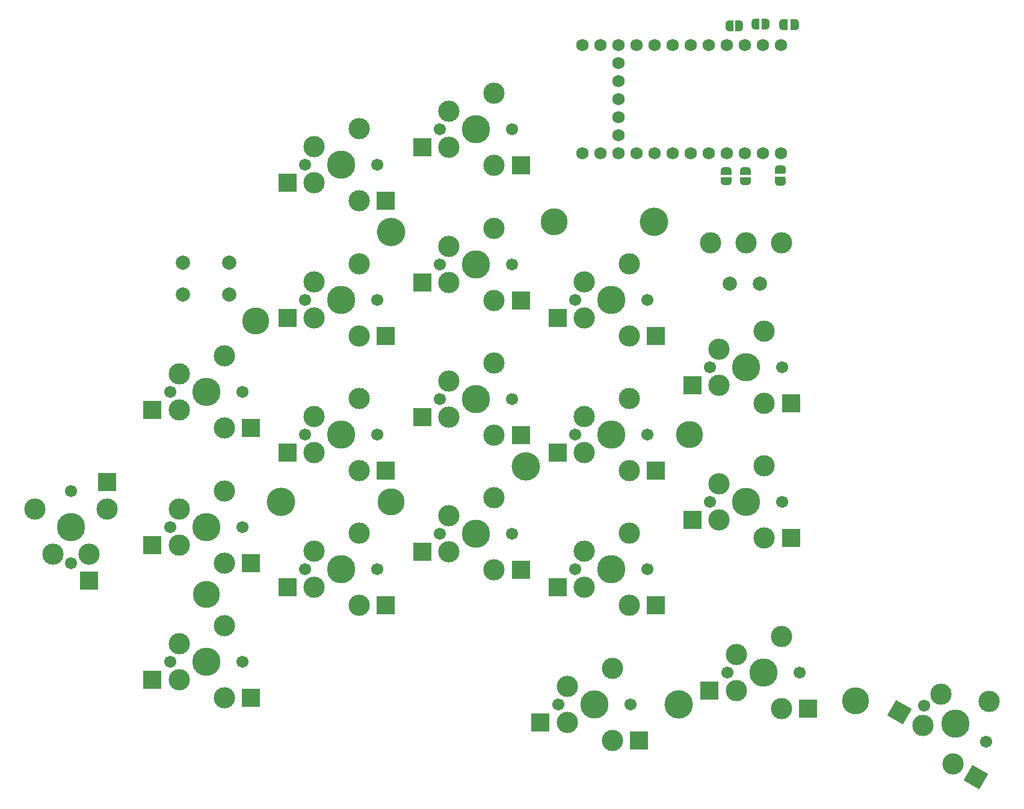
<source format=gbr>
%TF.GenerationSoftware,KiCad,Pcbnew,7.0.10*%
%TF.CreationDate,2024-05-01T10:45:41+02:00*%
%TF.ProjectId,talon,74616c6f-6e2e-46b6-9963-61645f706362,rev?*%
%TF.SameCoordinates,Original*%
%TF.FileFunction,Soldermask,Top*%
%TF.FilePolarity,Negative*%
%FSLAX46Y46*%
G04 Gerber Fmt 4.6, Leading zero omitted, Abs format (unit mm)*
G04 Created by KiCad (PCBNEW 7.0.10) date 2024-05-01 10:45:41*
%MOMM*%
%LPD*%
G01*
G04 APERTURE LIST*
G04 Aperture macros list*
%AMRotRect*
0 Rectangle, with rotation*
0 The origin of the aperture is its center*
0 $1 length*
0 $2 width*
0 $3 Rotation angle, in degrees counterclockwise*
0 Add horizontal line*
21,1,$1,$2,0,0,$3*%
%AMFreePoly0*
4,1,19,0.000000,0.744911,0.071157,0.744911,0.207708,0.704816,0.327430,0.627875,0.420627,0.520320,0.479746,0.390866,0.500000,0.250000,0.500000,-0.250000,0.479746,-0.390866,0.420627,-0.520320,0.327430,-0.627875,0.207708,-0.704816,0.071157,-0.744911,0.000000,-0.744911,0.000000,-0.750000,-0.500000,-0.750000,-0.500000,0.750000,0.000000,0.750000,0.000000,0.744911,0.000000,0.744911,
$1*%
%AMFreePoly1*
4,1,19,0.500000,-0.750000,0.000000,-0.750000,0.000000,-0.744911,-0.071157,-0.744911,-0.207708,-0.704816,-0.327430,-0.627875,-0.420627,-0.520320,-0.479746,-0.390866,-0.500000,-0.250000,-0.500000,0.250000,-0.479746,0.390866,-0.420627,0.520320,-0.327430,0.627875,-0.207708,0.704816,-0.071157,0.744911,0.000000,0.744911,0.000000,0.750000,0.500000,0.750000,0.500000,-0.750000,0.500000,-0.750000,
$1*%
G04 Aperture macros list end*
%ADD10R,2.550000X2.500000*%
%ADD11C,1.701800*%
%ADD12C,3.000000*%
%ADD13C,3.987800*%
%ADD14FreePoly0,90.000000*%
%ADD15FreePoly1,90.000000*%
%ADD16C,3.800000*%
%ADD17C,4.000000*%
%ADD18C,1.752600*%
%ADD19C,2.000000*%
%ADD20FreePoly0,0.000000*%
%ADD21FreePoly1,0.000000*%
%ADD22FreePoly0,180.000000*%
%ADD23FreePoly1,180.000000*%
%ADD24RotRect,2.550000X2.500000X330.000000*%
%ADD25R,2.500000X2.550000*%
G04 APERTURE END LIST*
%TO.C,JP9*%
G36*
X192020000Y-67260000D02*
G01*
X193520000Y-67260000D01*
X193520000Y-66960000D01*
X192020000Y-66960000D01*
X192020000Y-67260000D01*
G37*
G36*
X192020000Y-68010000D02*
G01*
X193520000Y-68010000D01*
X193520000Y-67710000D01*
X192020000Y-67710000D01*
X192020000Y-68010000D01*
G37*
%TO.C,JP5*%
G36*
X186480000Y-45690000D02*
G01*
X186780000Y-45690000D01*
X186780000Y-47190000D01*
X186480000Y-47190000D01*
X186480000Y-45690000D01*
G37*
G36*
X185890000Y-45690000D02*
G01*
X186190000Y-45690000D01*
X186190000Y-47190000D01*
X185890000Y-47190000D01*
X185890000Y-45690000D01*
G37*
%TO.C,JP4*%
G36*
X190170000Y-45450000D02*
G01*
X190470000Y-45450000D01*
X190470000Y-46950000D01*
X190170000Y-46950000D01*
X190170000Y-45450000D01*
G37*
G36*
X189580000Y-45450000D02*
G01*
X189880000Y-45450000D01*
X189880000Y-46950000D01*
X189580000Y-46950000D01*
X189580000Y-45450000D01*
G37*
%TO.C,JP13*%
G36*
X187130000Y-67430000D02*
G01*
X188630000Y-67430000D01*
X188630000Y-67130000D01*
X187130000Y-67130000D01*
X187130000Y-67430000D01*
G37*
G36*
X187130000Y-68020000D02*
G01*
X188630000Y-68020000D01*
X188630000Y-67720000D01*
X187130000Y-67720000D01*
X187130000Y-68020000D01*
G37*
%TO.C,JP1*%
G36*
X193790000Y-46990000D02*
G01*
X193490000Y-46990000D01*
X193490000Y-45490000D01*
X193790000Y-45490000D01*
X193790000Y-46990000D01*
G37*
G36*
X194540000Y-46990000D02*
G01*
X194240000Y-46990000D01*
X194240000Y-45490000D01*
X194540000Y-45490000D01*
X194540000Y-46990000D01*
G37*
%TO.C,JP14*%
G36*
X184450000Y-67450000D02*
G01*
X185950000Y-67450000D01*
X185950000Y-67150000D01*
X184450000Y-67150000D01*
X184450000Y-67450000D01*
G37*
G36*
X184450000Y-68040000D02*
G01*
X185950000Y-68040000D01*
X185950000Y-67740000D01*
X184450000Y-67740000D01*
X184450000Y-68040000D01*
G37*
%TD*%
D10*
%TO.C,SW3*%
X104440000Y-100540000D03*
X118290000Y-103080000D03*
D11*
X117080000Y-98000000D03*
D12*
X114540000Y-103080000D03*
X114540000Y-92920000D03*
D13*
X112000000Y-98000000D03*
D12*
X108190000Y-100540000D03*
X108190000Y-95460000D03*
D11*
X106920000Y-98000000D03*
%TD*%
D10*
%TO.C,SW1*%
X123440000Y-68540000D03*
X137290000Y-71080000D03*
D11*
X136080000Y-66000000D03*
D12*
X133540000Y-71080000D03*
X133540000Y-60920000D03*
D13*
X131000000Y-66000000D03*
D12*
X127190000Y-68540000D03*
X127190000Y-63460000D03*
D11*
X125920000Y-66000000D03*
%TD*%
D10*
%TO.C,SW10*%
X123440000Y-106540000D03*
X137290000Y-109080000D03*
D11*
X136080000Y-104000000D03*
D12*
X133540000Y-109080000D03*
X133540000Y-98920000D03*
D13*
X131000000Y-104000000D03*
D12*
X127190000Y-106540000D03*
X127190000Y-101460000D03*
D11*
X125920000Y-104000000D03*
%TD*%
D14*
%TO.C,JP9*%
X192770000Y-66600000D03*
D15*
X192770000Y-68400000D03*
%TD*%
D10*
%TO.C,SW7*%
X180440000Y-97040000D03*
X194290000Y-99580000D03*
D11*
X193080000Y-94500000D03*
D12*
X190540000Y-99580000D03*
X190540000Y-89420000D03*
D13*
X188000000Y-94500000D03*
D12*
X184190000Y-97040000D03*
X184190000Y-91960000D03*
D11*
X182920000Y-94500000D03*
%TD*%
D10*
%TO.C,SW13*%
X180440000Y-116040000D03*
X194290000Y-118580000D03*
D11*
X193080000Y-113500000D03*
D12*
X190540000Y-118580000D03*
X190540000Y-108420000D03*
D13*
X188000000Y-113500000D03*
D12*
X184190000Y-116040000D03*
X184190000Y-110960000D03*
D11*
X182920000Y-113500000D03*
%TD*%
D16*
%TO.C,MOUNT5*%
X203400000Y-141500000D03*
%TD*%
D17*
%TO.C,HOLE1*%
X178500000Y-142000000D03*
%TD*%
D10*
%TO.C,SW6*%
X161440000Y-87540000D03*
X175290000Y-90080000D03*
D11*
X174080000Y-85000000D03*
D12*
X171540000Y-90080000D03*
X171540000Y-79920000D03*
D13*
X169000000Y-85000000D03*
D12*
X165190000Y-87540000D03*
X165190000Y-82460000D03*
D11*
X163920000Y-85000000D03*
%TD*%
D17*
%TO.C,HOLE4*%
X138000000Y-75500000D03*
%TD*%
D10*
%TO.C,SW5*%
X142440000Y-82540000D03*
X156290000Y-85080000D03*
D11*
X155080000Y-80000000D03*
D12*
X152540000Y-85080000D03*
X152540000Y-74920000D03*
D13*
X150000000Y-80000000D03*
D12*
X146190000Y-82540000D03*
X146190000Y-77460000D03*
D11*
X144920000Y-80000000D03*
%TD*%
D16*
%TO.C,MOUNT1*%
X119000000Y-88000000D03*
%TD*%
%TO.C,MOUNT2*%
X112000000Y-126500000D03*
%TD*%
D17*
%TO.C,REF\u002A\u002A*%
X157000000Y-108500000D03*
%TD*%
D18*
%TO.C,U1*%
X170010000Y-56750000D03*
X170010000Y-54210000D03*
X170010000Y-59290000D03*
X170010000Y-51670000D03*
X170010000Y-61830000D03*
X192870000Y-64370000D03*
X190330000Y-64370000D03*
X187790000Y-64370000D03*
X185250000Y-64370000D03*
X182710000Y-64370000D03*
X180170000Y-64370000D03*
X177630000Y-64370000D03*
X175090000Y-64370000D03*
X172550000Y-64370000D03*
X170010000Y-64370000D03*
X167470000Y-64370000D03*
X164930000Y-64370000D03*
X164930000Y-49130000D03*
X167470000Y-49130000D03*
X170010000Y-49130000D03*
X172550000Y-49130000D03*
X175090000Y-49130000D03*
X177630000Y-49130000D03*
X180170000Y-49130000D03*
X182710000Y-49130000D03*
X185250000Y-49130000D03*
X187790000Y-49130000D03*
X190330000Y-49130000D03*
X192870000Y-49130000D03*
%TD*%
D16*
%TO.C,MOUNT6*%
X180000000Y-104000000D03*
%TD*%
D19*
%TO.C,RESET_SW1*%
X115250000Y-84250000D03*
X108750000Y-84250000D03*
X115250000Y-79750000D03*
X108750000Y-79750000D03*
%TD*%
D16*
%TO.C,MOUNT4*%
X161000000Y-74000000D03*
%TD*%
D10*
%TO.C,SW17*%
X161440000Y-125540000D03*
X175290000Y-128080000D03*
D11*
X174080000Y-123000000D03*
D12*
X171540000Y-128080000D03*
X171540000Y-117920000D03*
D13*
X169000000Y-123000000D03*
D12*
X165190000Y-125540000D03*
X165190000Y-120460000D03*
D11*
X163920000Y-123000000D03*
%TD*%
D20*
%TO.C,JP5*%
X187080000Y-46440000D03*
D21*
X185580000Y-46440000D03*
%TD*%
D16*
%TO.C,MOUNT3*%
X138000000Y-113500000D03*
%TD*%
D10*
%TO.C,SW12*%
X161440000Y-106540000D03*
X175290000Y-109080000D03*
D11*
X174080000Y-104000000D03*
D12*
X171540000Y-109080000D03*
X171540000Y-98920000D03*
D13*
X169000000Y-104000000D03*
D12*
X165190000Y-106540000D03*
X165190000Y-101460000D03*
D11*
X163920000Y-104000000D03*
%TD*%
D20*
%TO.C,JP4*%
X190770000Y-46200000D03*
D21*
X189270000Y-46200000D03*
%TD*%
D10*
%TO.C,SW9*%
X104440000Y-119540000D03*
X118290000Y-122080000D03*
D11*
X117080000Y-117000000D03*
D12*
X114540000Y-122080000D03*
X114540000Y-111920000D03*
D13*
X112000000Y-117000000D03*
D12*
X108190000Y-119540000D03*
X108190000Y-114460000D03*
D11*
X106920000Y-117000000D03*
%TD*%
D10*
%TO.C,SW15*%
X123440000Y-125540000D03*
X137290000Y-128080000D03*
D11*
X136080000Y-123000000D03*
D12*
X133540000Y-128080000D03*
X133540000Y-117920000D03*
D13*
X131000000Y-123000000D03*
D12*
X127190000Y-125540000D03*
X127190000Y-120460000D03*
D11*
X125920000Y-123000000D03*
%TD*%
D12*
%TO.C,SLIDE_SW1*%
X183000000Y-77000000D03*
X188000000Y-77000000D03*
X193000000Y-77000000D03*
%TD*%
D10*
%TO.C,SW14*%
X104440000Y-138540000D03*
X118290000Y-141080000D03*
D11*
X117080000Y-136000000D03*
D12*
X114540000Y-141080000D03*
X114540000Y-130920000D03*
D13*
X112000000Y-136000000D03*
D12*
X108190000Y-138540000D03*
X108190000Y-133460000D03*
D11*
X106920000Y-136000000D03*
%TD*%
D14*
%TO.C,JP13*%
X187880000Y-66830000D03*
D15*
X187880000Y-68330000D03*
%TD*%
D10*
%TO.C,SW19*%
X182840000Y-140040000D03*
X196690000Y-142580000D03*
D11*
X195480000Y-137500000D03*
D12*
X192940000Y-142580000D03*
X192940000Y-132420000D03*
D13*
X190400000Y-137500000D03*
D12*
X186590000Y-140040000D03*
X186590000Y-134960000D03*
D11*
X185320000Y-137500000D03*
%TD*%
D10*
%TO.C,SW11*%
X142440000Y-101540000D03*
X156290000Y-104080000D03*
D11*
X155080000Y-99000000D03*
D12*
X152540000Y-104080000D03*
X152540000Y-93920000D03*
D13*
X150000000Y-99000000D03*
D12*
X146190000Y-101540000D03*
X146190000Y-96460000D03*
D11*
X144920000Y-99000000D03*
%TD*%
D10*
%TO.C,SW4*%
X123440000Y-87540000D03*
X137290000Y-90080000D03*
D11*
X136080000Y-85000000D03*
D12*
X133540000Y-90080000D03*
X133540000Y-79920000D03*
D13*
X131000000Y-85000000D03*
D12*
X127190000Y-87540000D03*
X127190000Y-82460000D03*
D11*
X125920000Y-85000000D03*
%TD*%
D22*
%TO.C,JP1*%
X193130000Y-46240000D03*
D23*
X194930000Y-46240000D03*
%TD*%
D10*
%TO.C,SW2*%
X142440000Y-63540000D03*
X156290000Y-66080000D03*
D11*
X155080000Y-61000000D03*
D12*
X152540000Y-66080000D03*
X152540000Y-55920000D03*
D13*
X150000000Y-61000000D03*
D12*
X146190000Y-63540000D03*
X146190000Y-58460000D03*
D11*
X144920000Y-61000000D03*
%TD*%
D24*
%TO.C,SW20*%
X209583000Y-143119410D03*
X220307452Y-152244114D03*
D11*
X221799561Y-147239705D03*
D12*
X217059857Y-150369114D03*
X222139857Y-141570296D03*
D13*
X217400152Y-144699705D03*
D12*
X212830595Y-144994410D03*
X215370595Y-140595000D03*
D11*
X213000743Y-142159705D03*
%TD*%
D25*
%TO.C,SW8*%
X95540000Y-124560000D03*
X98080000Y-110710000D03*
D11*
X93000000Y-111920000D03*
D12*
X98080000Y-114460000D03*
X87920000Y-114460000D03*
D13*
X93000000Y-117000000D03*
D12*
X95540000Y-120810000D03*
X90460000Y-120810000D03*
D11*
X93000000Y-122080000D03*
%TD*%
D19*
%TO.C,J1*%
X189910000Y-82760000D03*
X185660000Y-82760000D03*
%TD*%
D10*
%TO.C,SW16*%
X142440000Y-120540000D03*
X156290000Y-123080000D03*
D11*
X155080000Y-118000000D03*
D12*
X152540000Y-123080000D03*
X152540000Y-112920000D03*
D13*
X150000000Y-118000000D03*
D12*
X146190000Y-120540000D03*
X146190000Y-115460000D03*
D11*
X144920000Y-118000000D03*
%TD*%
D17*
%TO.C,HOLE3*%
X175000000Y-74000000D03*
%TD*%
D14*
%TO.C,JP14*%
X185200000Y-66850000D03*
D15*
X185200000Y-68350000D03*
%TD*%
D17*
%TO.C,HOLE2*%
X122500000Y-113500000D03*
%TD*%
D10*
%TO.C,SW18*%
X159040000Y-144540000D03*
X172890000Y-147080000D03*
D11*
X171680000Y-142000000D03*
D12*
X169140000Y-147080000D03*
X169140000Y-136920000D03*
D13*
X166600000Y-142000000D03*
D12*
X162790000Y-144540000D03*
X162790000Y-139460000D03*
D11*
X161520000Y-142000000D03*
%TD*%
M02*

</source>
